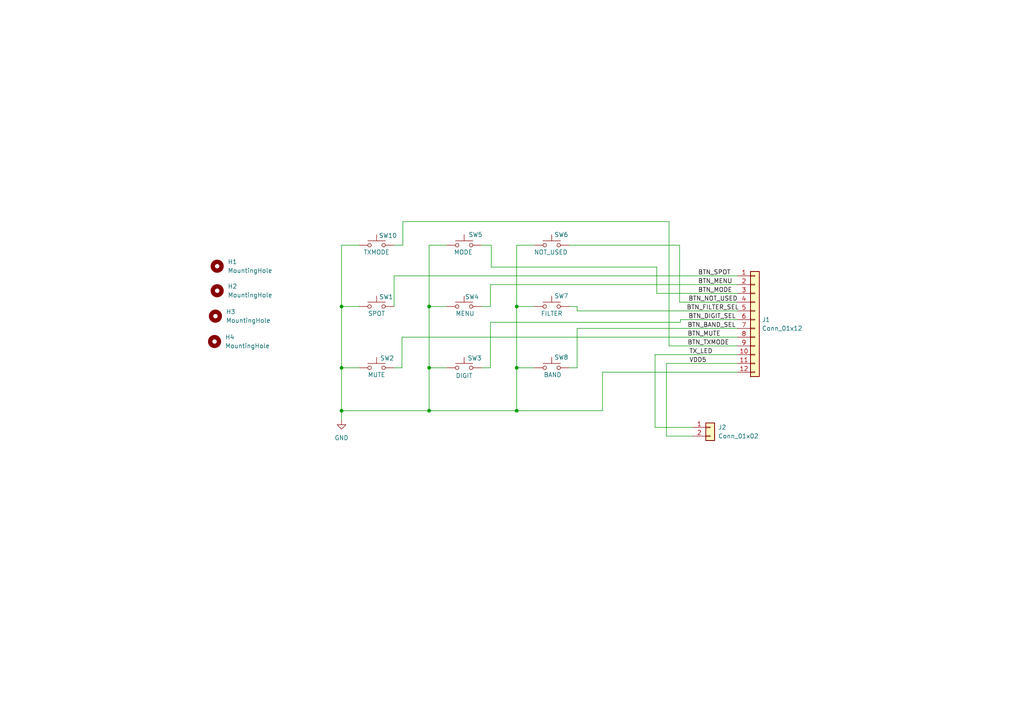
<source format=kicad_sch>
(kicad_sch (version 20230121) (generator eeschema)
  (paper "A4")
  (lib_symbols
    (symbol "Connector_Generic:Conn_01x02" (pin_names (offset 1.016) hide)
      (property "Reference" "J" (at 0 2.54 0))
      (property "Value" "Conn_01x02" (at 0 -5.08 0))
      (symbol "Conn_01x02_1_1"
        (rectangle (start -1.27 -2.413) (end 0 -2.667) (stroke (width 0.1524)))
        (rectangle (start -1.27 0.127) (end 0 -0.127) (stroke (width 0.1524)))
        (rectangle (start -1.27 1.27) (end 1.27 -3.81) (stroke (width 0.254)) (fill (type background)))
        (pin passive line (at -5.08 0 0) (length 3.81) (name "Pin_1") (number "1"))
        (pin passive line (at -5.08 -2.54 0) (length 3.81) (name "Pin_2") (number "2"))
      )
    )
    (symbol "Connector_Generic:Conn_01x12" (pin_names (offset 1.016) hide)
      (property "Reference" "J" (at 0 15.24 0))
      (property "Value" "Conn_01x12" (at 0 -17.78 0))
      (symbol "Conn_01x12_1_1"
        (rectangle (start -1.27 -15.113) (end 0 -15.367) (stroke (width 0.1524)))
        (rectangle (start -1.27 -12.573) (end 0 -12.827) (stroke (width 0.1524)))
        (rectangle (start -1.27 -10.033) (end 0 -10.287) (stroke (width 0.1524)))
        (rectangle (start -1.27 -7.493) (end 0 -7.747) (stroke (width 0.1524)))
        (rectangle (start -1.27 -4.953) (end 0 -5.207) (stroke (width 0.1524)))
        (rectangle (start -1.27 -2.413) (end 0 -2.667) (stroke (width 0.1524)))
        (rectangle (start -1.27 0.127) (end 0 -0.127) (stroke (width 0.1524)))
        (rectangle (start -1.27 2.667) (end 0 2.413) (stroke (width 0.1524)))
        (rectangle (start -1.27 5.207) (end 0 4.953) (stroke (width 0.1524)))
        (rectangle (start -1.27 7.747) (end 0 7.493) (stroke (width 0.1524)))
        (rectangle (start -1.27 10.287) (end 0 10.033) (stroke (width 0.1524)))
        (rectangle (start -1.27 12.827) (end 0 12.573) (stroke (width 0.1524)))
        (rectangle (start -1.27 13.97) (end 1.27 -16.51) (stroke (width 0.254)) (fill (type background)))
        (pin passive line (at -5.08 12.7 0) (length 3.81) (name "Pin_1") (number "1"))
        (pin passive line (at -5.08 -10.16 0) (length 3.81) (name "Pin_10") (number "10"))
        (pin passive line (at -5.08 -12.7 0) (length 3.81) (name "Pin_11") (number "11"))
        (pin passive line (at -5.08 -15.24 0) (length 3.81) (name "Pin_12") (number "12"))
        (pin passive line (at -5.08 10.16 0) (length 3.81) (name "Pin_2") (number "2"))
        (pin passive line (at -5.08 7.62 0) (length 3.81) (name "Pin_3") (number "3"))
        (pin passive line (at -5.08 5.08 0) (length 3.81) (name "Pin_4") (number "4"))
        (pin passive line (at -5.08 2.54 0) (length 3.81) (name "Pin_5") (number "5"))
        (pin passive line (at -5.08 0 0) (length 3.81) (name "Pin_6") (number "6"))
        (pin passive line (at -5.08 -2.54 0) (length 3.81) (name "Pin_7") (number "7"))
        (pin passive line (at -5.08 -5.08 0) (length 3.81) (name "Pin_8") (number "8"))
        (pin passive line (at -5.08 -7.62 0) (length 3.81) (name "Pin_9") (number "9"))
      )
    )
    (symbol "Mechanical:MountingHole" (pin_names (offset 1.016))
      (property "Reference" "H" (at 0 5.08 0))
      (property "Value" "MountingHole" (at 0 3.175 0))
      (symbol "MountingHole_0_1"
        (circle (center 0 0) (radius 1.27) (stroke (width 1.27)))
      )
    )
    (symbol "Switch:SW_Push" (pin_numbers hide) (pin_names (offset 1.016) hide)
      (property "Reference" "SW" (at 1.27 2.54 0))
      (property "Value" "SW_Push" (at 0 -1.524 0))
      (symbol "SW_Push_0_1"
        (circle (center -2.032 0) (radius 0.508))
        (polyline (pts (xy 0 1.27) (xy 0 3.048)))
        (polyline (pts (xy 2.54 1.27) (xy -2.54 1.27)))
        (circle (center 2.032 0) (radius 0.508))
        (pin passive line (at -5.08 0 0) (length 2.54) (name "1") (number "1"))
        (pin passive line (at 5.08 0 180) (length 2.54) (name "2") (number "2"))
      )
    )
    (symbol "power:GND" (power) (pin_names (offset 0))
      (property "Value" "GND" (at 0 -3.81 0))
      (symbol "GND_0_1"
        (polyline (pts (xy 0 0) (xy 0 -1.27) (xy 1.27 -1.27) (xy 0 -2.54) (xy -1.27 -1.27) (xy 0 -1.27)))
      )
      (symbol "GND_1_1"
        (pin power_in line (at 0 0 270) (length 0) hide (name "GND") (number "1"))
      )
    )
  )
  (junction (at 149.86 119.126))
  (junction (at 99.06 119.126))
  (junction (at 124.46 88.9))
  (junction (at 124.46 119.126))
  (junction (at 99.06 88.9))
  (junction (at 149.86 88.9))
  (junction (at 99.06 106.68))
  (junction (at 149.86 106.68))
  (junction (at 124.46 106.68))
  (wire (pts (xy 124.46 88.9) (xy 129.54 88.9)))
  (wire (pts (xy 194.056 100.33) (xy 194.056 64.262)))
  (wire (pts (xy 114.3 106.68) (xy 116.586 106.68)))
  (wire (pts (xy 197.358 92.71) (xy 197.358 93.472)))
  (wire (pts (xy 167.386 88.9) (xy 165.1 88.9)))
  (wire (pts (xy 139.7 71.12) (xy 142.494 71.12)))
  (wire (pts (xy 124.46 106.68) (xy 124.46 119.126)))
  (wire (pts (xy 149.86 71.12) (xy 149.86 88.9)))
  (wire (pts (xy 213.868 87.63) (xy 197.104 87.63)))
  (wire (pts (xy 139.7 106.68) (xy 142.24 106.68)))
  (wire (pts (xy 99.06 88.9) (xy 99.06 106.68)))
  (wire (pts (xy 194.056 64.262) (xy 116.84 64.262)))
  (wire (pts (xy 116.586 97.79) (xy 116.586 106.68)))
  (wire (pts (xy 142.24 82.55) (xy 213.868 82.55)))
  (wire (pts (xy 174.752 119.126) (xy 149.86 119.126)))
  (wire (pts (xy 114.3 88.9) (xy 114.3 80.01)))
  (wire (pts (xy 116.84 64.262) (xy 116.84 71.12)))
  (wire (pts (xy 99.06 106.68) (xy 104.14 106.68)))
  (wire (pts (xy 142.494 77.47) (xy 190.5 77.47)))
  (wire (pts (xy 213.868 100.33) (xy 194.056 100.33)))
  (wire (pts (xy 167.386 90.17) (xy 167.386 88.9)))
  (wire (pts (xy 99.06 88.9) (xy 104.14 88.9)))
  (wire (pts (xy 142.494 71.12) (xy 142.494 77.47)))
  (wire (pts (xy 154.94 71.12) (xy 149.86 71.12)))
  (wire (pts (xy 167.386 95.25) (xy 167.386 106.68)))
  (wire (pts (xy 149.86 106.68) (xy 154.94 106.68)))
  (wire (pts (xy 189.992 102.87) (xy 189.992 123.952)))
  (wire (pts (xy 197.358 92.71) (xy 213.868 92.71)))
  (wire (pts (xy 142.24 82.55) (xy 142.24 88.9)))
  (wire (pts (xy 99.06 119.126) (xy 124.46 119.126)))
  (wire (pts (xy 197.104 87.63) (xy 197.104 71.12)))
  (wire (pts (xy 149.86 106.68) (xy 149.86 119.126)))
  (wire (pts (xy 149.86 88.9) (xy 149.86 106.68)))
  (wire (pts (xy 213.868 90.17) (xy 167.386 90.17)))
  (wire (pts (xy 114.3 71.12) (xy 116.84 71.12)))
  (wire (pts (xy 213.868 97.79) (xy 116.586 97.79)))
  (wire (pts (xy 193.294 126.492) (xy 200.914 126.492)))
  (wire (pts (xy 213.868 95.25) (xy 167.386 95.25)))
  (wire (pts (xy 213.868 105.41) (xy 193.294 105.41)))
  (wire (pts (xy 174.752 107.95) (xy 174.752 119.126)))
  (wire (pts (xy 193.294 105.41) (xy 193.294 126.492)))
  (wire (pts (xy 124.46 88.9) (xy 124.46 106.68)))
  (wire (pts (xy 190.5 77.47) (xy 190.5 85.09)))
  (wire (pts (xy 129.54 71.12) (xy 124.46 71.12)))
  (wire (pts (xy 165.1 71.12) (xy 197.104 71.12)))
  (wire (pts (xy 104.14 71.12) (xy 99.06 71.12)))
  (wire (pts (xy 124.46 119.126) (xy 149.86 119.126)))
  (wire (pts (xy 149.86 88.9) (xy 154.94 88.9)))
  (wire (pts (xy 124.46 106.68) (xy 129.54 106.68)))
  (wire (pts (xy 190.5 85.09) (xy 213.868 85.09)))
  (wire (pts (xy 213.868 107.95) (xy 174.752 107.95)))
  (wire (pts (xy 213.868 102.87) (xy 189.992 102.87)))
  (wire (pts (xy 99.06 106.68) (xy 99.06 119.126)))
  (wire (pts (xy 114.3 80.01) (xy 213.868 80.01)))
  (wire (pts (xy 99.06 119.126) (xy 99.06 121.92)))
  (wire (pts (xy 124.46 71.12) (xy 124.46 88.9)))
  (wire (pts (xy 142.24 93.472) (xy 142.24 106.68)))
  (wire (pts (xy 165.1 106.68) (xy 167.386 106.68)))
  (wire (pts (xy 139.7 88.9) (xy 142.24 88.9)))
  (wire (pts (xy 189.992 123.952) (xy 200.914 123.952)))
  (wire (pts (xy 142.24 93.472) (xy 197.358 93.472)))
  (wire (pts (xy 99.06 71.12) (xy 99.06 88.9)))
  (label "BTN_MUTE" (at 199.39 97.79 0))
  (label "TX_LED" (at 199.898 102.87 0))
  (label "BTN_TXMODE" (at 199.39 100.33 0))
  (label "BTN_MODE" (at 202.438 85.09 0))
  (label "BTN_SPOT" (at 202.438 80.01 0))
  (label "BTN_BAND_SEL" (at 199.39 95.25 0))
  (label "BTN_NOT_USED" (at 199.644 87.63 0))
  (label "BTN_MENU" (at 202.438 82.55 0))
  (label "BTN_DIGIT_SEL" (at 199.644 92.71 0))
  (label "BTN_FILTER_SEL" (at 199.136 90.17 0))
  (label "VDD5" (at 199.898 105.41 0))
  (symbol (lib_id "Switch:SW_Push") (at 134.62 88.9 0) (unit 1)
    (property "Reference" "SW4" (at 136.906 86.106 0))
    (property "Value" "MENU" (at 134.874 90.932 0))
    (property "Footprint" "Button_Switch_THT:SW_PUSH-12mm" (effects hide))
  )
  (symbol (lib_id "Switch:SW_Push") (at 109.22 88.9 0) (unit 1)
    (property "Reference" "SW1" (at 112.014 86.106 0))
    (property "Value" "SPOT" (at 109.22 90.932 0))
    (property "Footprint" "Button_Switch_THT:SW_PUSH-12mm" (effects hide))
  )
  (symbol (lib_id "Switch:SW_Push") (at 134.62 106.68 0) (unit 1)
    (property "Reference" "SW3" (at 137.668 103.886 0))
    (property "Value" "DIGIT" (at 134.62 108.966 0))
    (property "Footprint" "Button_Switch_THT:SW_PUSH-12mm" (effects hide))
  )
  (symbol (lib_id "Switch:SW_Push") (at 160.02 71.12 0) (unit 1)
    (property "Reference" "SW6" (at 162.814 68.072 0))
    (property "Value" "NOT_USED" (at 159.766 73.152 0))
    (property "Footprint" "Button_Switch_THT:SW_PUSH-12mm" (effects hide))
  )
  (symbol (lib_id "power:GND") (at 99.06 121.92 0) (unit 1)
    (property "Reference" "#PWR01" (effects hide))
    (property "Value" "GND" (at 99.06 127 0))
  )
  (symbol (lib_id "Mechanical:MountingHole") (at 62.23 99.06 0) (unit 1)
    (property "Reference" "H4" (at 65.278 97.79 0) (effects (justify left)))
    (property "Value" "MountingHole" (at 65.278 100.33 0) (effects (justify left)))
    (property "Footprint" "MountingHole:MountingHole_3.2mm_M3" (effects hide))
  )
  (symbol (lib_id "Switch:SW_Push") (at 109.22 71.12 0) (unit 1)
    (property "Reference" "SW10" (at 112.522 68.326 0))
    (property "Value" "TXMODE" (at 109.22 73.152 0))
    (property "Footprint" "Button_Switch_THT:SW_PUSH-12mm" (effects hide))
  )
  (symbol (lib_id "Switch:SW_Push") (at 160.02 88.9 0) (unit 1)
    (property "Reference" "SW7" (at 162.814 85.852 0))
    (property "Value" "FILTER" (at 160.02 90.932 0))
    (property "Footprint" "Button_Switch_THT:SW_PUSH-12mm" (effects hide))
  )
  (symbol (lib_id "Connector_Generic:Conn_01x02") (at 205.994 123.952 0) (unit 1)
    (property "Reference" "J2" (at 208.28 123.952 0) (effects (justify left)))
    (property "Value" "Conn_01x02" (at 208.28 126.492 0) (effects (justify left)))
    (property "Footprint" "Connector_PinHeader_2.54mm:PinHeader_1x02_P2.54mm_Horizontal" (effects hide))
  )
  (symbol (lib_id "Switch:SW_Push") (at 160.02 106.68 0) (unit 1)
    (property "Reference" "SW8" (at 162.814 103.632 0))
    (property "Value" "BAND" (at 160.274 108.712 0))
    (property "Footprint" "Button_Switch_THT:SW_PUSH-12mm" (effects hide))
  )
  (symbol (lib_id "Mechanical:MountingHole") (at 62.992 77.216 0) (unit 1)
    (property "Reference" "H1" (at 66.04 75.946 0) (effects (justify left)))
    (property "Value" "MountingHole" (at 66.04 78.486 0) (effects (justify left)))
    (property "Footprint" "MountingHole:MountingHole_3.2mm_M3" (effects hide))
  )
  (symbol (lib_id "Mechanical:MountingHole") (at 62.484 91.694 0) (unit 1)
    (property "Reference" "H3" (at 65.532 90.424 0) (effects (justify left)))
    (property "Value" "MountingHole" (at 65.532 92.964 0) (effects (justify left)))
    (property "Footprint" "MountingHole:MountingHole_3.2mm_M3" (effects hide))
  )
  (symbol (lib_id "Switch:SW_Push") (at 109.22 106.68 0) (unit 1)
    (property "Reference" "SW2" (at 112.268 103.886 0))
    (property "Value" "MUTE" (at 109.22 108.712 0))
    (property "Footprint" "Button_Switch_THT:SW_PUSH-12mm" (effects hide))
  )
  (symbol (lib_id "Mechanical:MountingHole") (at 62.992 84.328 0) (unit 1)
    (property "Reference" "H2" (at 66.04 83.058 0) (effects (justify left)))
    (property "Value" "MountingHole" (at 66.04 85.598 0) (effects (justify left)))
    (property "Footprint" "MountingHole:MountingHole_3.2mm_M3" (effects hide))
  )
  (symbol (lib_id "Switch:SW_Push") (at 134.62 71.12 0) (unit 1)
    (property "Reference" "SW5" (at 137.922 68.072 0))
    (property "Value" "MODE" (at 134.366 73.152 0))
    (property "Footprint" "Button_Switch_THT:SW_PUSH-12mm" (effects hide))
  )
  (symbol (lib_id "Connector_Generic:Conn_01x12") (at 218.948 92.71 0) (unit 1)
    (property "Reference" "J1" (at 220.98 92.71 0) (effects (justify left)))
    (property "Value" "Conn_01x12" (at 220.98 95.25 0) (effects (justify left)))
    (property "Footprint" "Connector_PinHeader_2.54mm:PinHeader_1x12_P2.54mm_Horizontal" (effects hide))
  )
)
</source>
